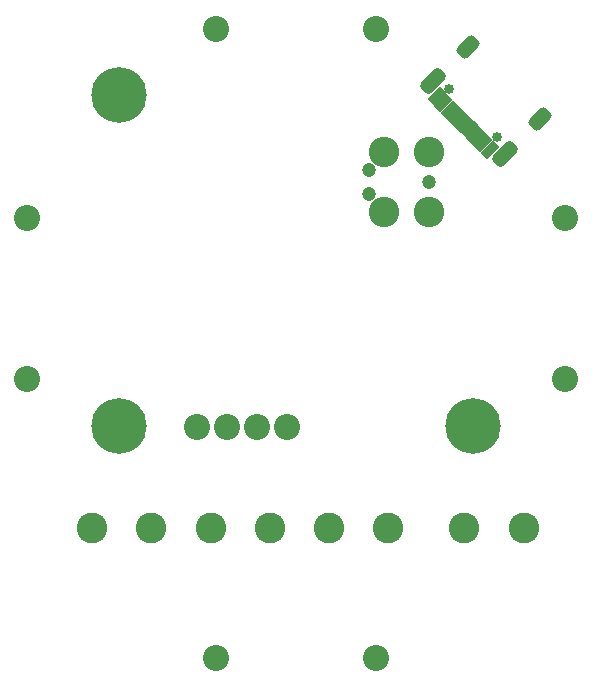
<source format=gbs>
G04*
G04 #@! TF.GenerationSoftware,Altium Limited,Altium Designer,23.8.1 (32)*
G04*
G04 Layer_Color=16711935*
%FSLAX44Y44*%
%MOMM*%
G71*
G04*
G04 #@! TF.SameCoordinates,30061C5B-BE2C-44CF-A243-5EA776C9CE0C*
G04*
G04*
G04 #@! TF.FilePolarity,Negative*
G04*
G01*
G75*
G04:AMPARAMS|DCode=35|XSize=2.0032mm|YSize=1.2032mm|CornerRadius=0.3516mm|HoleSize=0mm|Usage=FLASHONLY|Rotation=225.000|XOffset=0mm|YOffset=0mm|HoleType=Round|Shape=RoundedRectangle|*
%AMROUNDEDRECTD35*
21,1,2.0032,0.5000,0,0,225.0*
21,1,1.3000,1.2032,0,0,225.0*
1,1,0.7032,-0.6364,-0.2828*
1,1,0.7032,0.2828,0.6364*
1,1,0.7032,0.6364,0.2828*
1,1,0.7032,-0.2828,-0.6364*
%
%ADD35ROUNDEDRECTD35*%
G04:AMPARAMS|DCode=36|XSize=2.3032mm|YSize=1.2032mm|CornerRadius=0.3516mm|HoleSize=0mm|Usage=FLASHONLY|Rotation=225.000|XOffset=0mm|YOffset=0mm|HoleType=Round|Shape=RoundedRectangle|*
%AMROUNDEDRECTD36*
21,1,2.3032,0.5000,0,0,225.0*
21,1,1.6000,1.2032,0,0,225.0*
1,1,0.7032,-0.7425,-0.3889*
1,1,0.7032,0.3889,0.7425*
1,1,0.7032,0.7425,0.3889*
1,1,0.7032,-0.3889,-0.7425*
%
%ADD36ROUNDEDRECTD36*%
%ADD37C,0.8532*%
%ADD38C,2.2032*%
%ADD39C,2.6032*%
%ADD40C,4.7032*%
%ADD41C,2.5782*%
%ADD42C,1.1942*%
G04:AMPARAMS|DCode=62|XSize=0.8032mm|YSize=1.5532mm|CornerRadius=0mm|HoleSize=0mm|Usage=FLASHONLY|Rotation=315.000|XOffset=0mm|YOffset=0mm|HoleType=Round|Shape=Rectangle|*
%AMROTATEDRECTD62*
4,1,4,-0.8331,-0.2652,0.2652,0.8331,0.8331,0.2652,-0.2652,-0.8331,-0.8331,-0.2652,0.0*
%
%ADD62ROTATEDRECTD62*%

G04:AMPARAMS|DCode=63|XSize=0.5032mm|YSize=1.5532mm|CornerRadius=0mm|HoleSize=0mm|Usage=FLASHONLY|Rotation=315.000|XOffset=0mm|YOffset=0mm|HoleType=Round|Shape=Rectangle|*
%AMROTATEDRECTD63*
4,1,4,-0.7271,-0.3712,0.3712,0.7271,0.7271,0.3712,-0.3712,-0.7271,-0.7271,-0.3712,0.0*
%
%ADD63ROTATEDRECTD63*%

D35*
X206502Y190226D02*
D03*
X145408Y251320D02*
D03*
D36*
X176945Y160669D02*
D03*
X115851Y221763D02*
D03*
D37*
X129515Y215205D02*
D03*
X170386Y174334D02*
D03*
D38*
X227650Y106175D02*
D03*
Y-30025D02*
D03*
X68100Y266075D02*
D03*
X-68100D02*
D03*
X-227650Y106175D02*
D03*
Y-30025D02*
D03*
X68100Y-266075D02*
D03*
X-68100D02*
D03*
X-84050Y-70495D02*
D03*
X-7850D02*
D03*
X-33250D02*
D03*
X-58650D02*
D03*
D39*
X192650Y-156075D02*
D03*
X142650D02*
D03*
X77650D02*
D03*
X27650D02*
D03*
X-22350D02*
D03*
X-72350D02*
D03*
X-122350D02*
D03*
X-172350Y-156075D02*
D03*
D40*
X-150000Y210000D02*
D03*
Y-70000D02*
D03*
X150000D02*
D03*
D41*
X74600Y161750D02*
D03*
X112700Y110950D02*
D03*
X74600D02*
D03*
X112700Y161750D02*
D03*
D42*
Y136350D02*
D03*
X61900Y126190D02*
D03*
Y146510D02*
D03*
D62*
X118997Y209070D02*
D03*
X124654Y203414D02*
D03*
X158595Y169472D02*
D03*
X164252Y163815D02*
D03*
D63*
X129250Y198817D02*
D03*
X132786Y195282D02*
D03*
X136321Y191746D02*
D03*
X139857Y188211D02*
D03*
X143392Y184675D02*
D03*
X146928Y181140D02*
D03*
X150463Y177604D02*
D03*
X153999Y174069D02*
D03*
M02*

</source>
